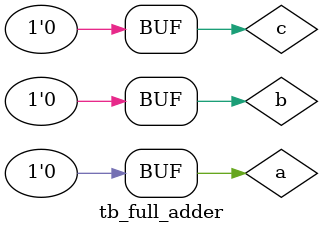
<source format=sv>
module tb_full_adder();
  wire sum, carry;
  reg a,b,c;
  full_adder obj(a,b,c,sum,carry);
  initial begin
    $dumpfile("obj.vcd");
    $dumpvars(1);
    a = 1; b = 1;c =1;#10;
    a = 0; b = 0;c = 0; #10;
  end
endmodule
//testbench 

</source>
